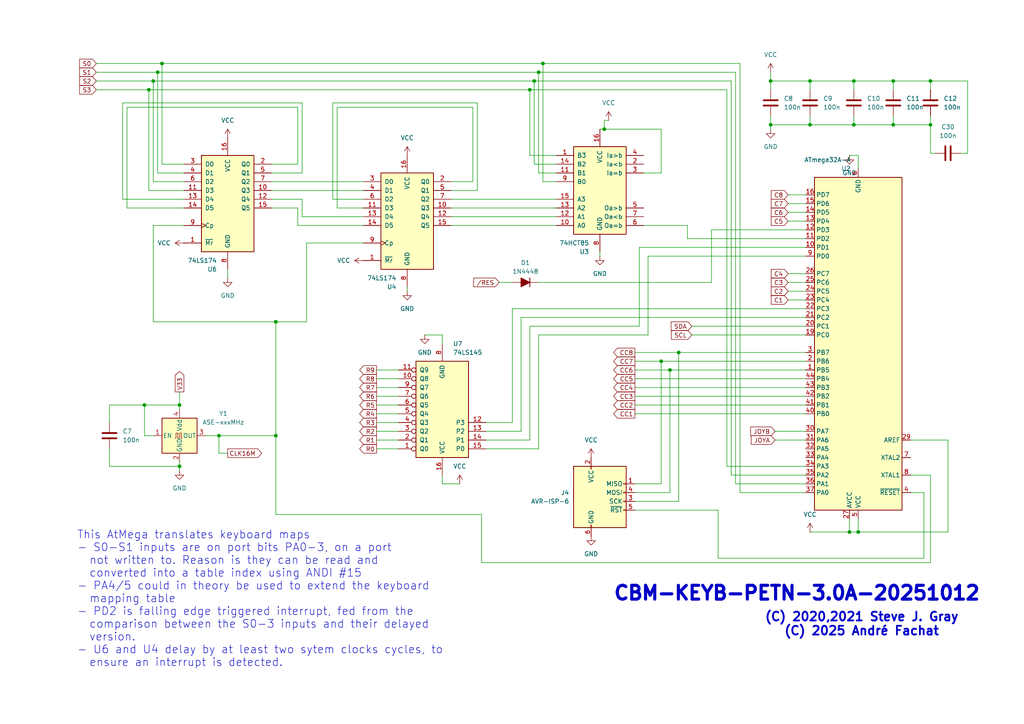
<source format=kicad_sch>
(kicad_sch (version 20250114) (generator "eeschema") (generator_version "9.0")
  (paper "A4")
  (lib_symbols
    (symbol "74xx:74HCT85" (pin_names (offset 1.016))
      (property "Reference" "U" (at -7.62 13.97 0))
      (property "Value" "74HCT85" (at -7.62 -13.97 0))
      (symbol "74HCT85_1_0"
        (pin input line (at -12.7 10.16 0) (length 5.08) (name "B3") (number "1"))
        (pin input line (at -12.7 7.62 0) (length 5.08) (name "B2") (number "14"))
        (pin input line (at -12.7 5.08 0) (length 5.08) (name "B1") (number "11"))
        (pin input line (at -12.7 2.54 0) (length 5.08) (name "B0") (number "9"))
        (pin input line (at -12.7 -2.54 0) (length 5.08) (name "A3") (number "15"))
        (pin input line (at -12.7 -5.08 0) (length 5.08) (name "A2") (number "13"))
        (pin input line (at -12.7 -7.62 0) (length 5.08) (name "A1") (number "12"))
        (pin input line (at -12.7 -10.16 0) (length 5.08) (name "A0") (number "10"))
        (pin power_in line (at 0 17.78 270) (length 5.08) (name "VCC") (number "16"))
        (pin power_in line (at 0 -17.78 90) (length 5.08) (name "GND") (number "8"))
        (pin input line (at 12.7 10.16 180) (length 5.08) (name "Ia>b") (number "4"))
        (pin input line (at 12.7 7.62 180) (length 5.08) (name "Ia<b") (number "2"))
        (pin input line (at 12.7 5.08 180) (length 5.08) (name "Ia=b") (number "3"))
        (pin output line (at 12.7 -5.08 180) (length 5.08) (name "Oa>b") (number "5"))
        (pin output line (at 12.7 -7.62 180) (length 5.08) (name "Oa<b") (number "7"))
        (pin output line (at 12.7 -10.16 180) (length 5.08) (name "Oa=b") (number "6"))
      )
      (symbol "74HCT85_1_1"
        (rectangle (start -7.62 12.7) (end 7.62 -12.7) (stroke (width 0.254)) (fill (type background)))
      )
    )
    (symbol "74xx:74LS145" (pin_names (offset 1.016))
      (property "Reference" "U" (at -7.62 13.97 0))
      (property "Value" "74LS145" (at -7.62 -16.51 0))
      (symbol "74LS145_1_0"
        (pin input line (at -12.7 10.16 0) (length 5.08) (name "P0") (number "15"))
        (pin input line (at -12.7 7.62 0) (length 5.08) (name "P1") (number "14"))
        (pin input line (at -12.7 5.08 0) (length 5.08) (name "P2") (number "13"))
        (pin input line (at -12.7 2.54 0) (length 5.08) (name "P3") (number "12"))
        (pin power_in line (at 0 17.78 270) (length 5.08) (name "VCC") (number "16"))
        (pin power_in line (at 0 -20.32 90) (length 5.08) (name "GND") (number "8"))
        (pin open_collector inverted (at 12.7 10.16 180) (length 5.08) (name "Q0") (number "1"))
        (pin open_collector inverted (at 12.7 7.62 180) (length 5.08) (name "Q1") (number "2"))
        (pin open_collector inverted (at 12.7 5.08 180) (length 5.08) (name "Q2") (number "3"))
        (pin open_collector inverted (at 12.7 2.54 180) (length 5.08) (name "Q3") (number "4"))
        (pin open_collector inverted (at 12.7 0 180) (length 5.08) (name "Q4") (number "5"))
        (pin open_collector inverted (at 12.7 -2.54 180) (length 5.08) (name "Q5") (number "6"))
        (pin open_collector inverted (at 12.7 -5.08 180) (length 5.08) (name "Q6") (number "7"))
        (pin open_collector inverted (at 12.7 -7.62 180) (length 5.08) (name "Q7") (number "9"))
        (pin open_collector inverted (at 12.7 -10.16 180) (length 5.08) (name "Q8") (number "10"))
        (pin open_collector inverted (at 12.7 -12.7 180) (length 5.08) (name "Q9") (number "11"))
      )
      (symbol "74LS145_1_1"
        (rectangle (start -7.62 12.7) (end 7.62 -15.24) (stroke (width 0.254)) (fill (type background)))
      )
    )
    (symbol "74xx:74LS174" (pin_names (offset 1.016))
      (property "Reference" "U" (at -7.62 13.97 0))
      (property "Value" "74LS174" (at -7.62 -16.51 0))
      (symbol "74LS174_1_0"
        (pin input line (at -12.7 10.16 0) (length 5.08) (name "D0") (number "3"))
        (pin input line (at -12.7 7.62 0) (length 5.08) (name "D1") (number "4"))
        (pin input line (at -12.7 5.08 0) (length 5.08) (name "D2") (number "6"))
        (pin input line (at -12.7 2.54 0) (length 5.08) (name "D3") (number "11"))
        (pin input line (at -12.7 0 0) (length 5.08) (name "D4") (number "13"))
        (pin input line (at -12.7 -2.54 0) (length 5.08) (name "D5") (number "14"))
        (pin input clock (at -12.7 -7.62 0) (length 5.08) (name "Cp") (number "9"))
        (pin input line (at -12.7 -12.7 0) (length 5.08) (name "~{Mr}") (number "1"))
        (pin power_in line (at 0 17.78 270) (length 5.08) (name "VCC") (number "16"))
        (pin power_in line (at 0 -20.32 90) (length 5.08) (name "GND") (number "8"))
        (pin output line (at 12.7 10.16 180) (length 5.08) (name "Q0") (number "2"))
        (pin output line (at 12.7 7.62 180) (length 5.08) (name "Q1") (number "5"))
        (pin output line (at 12.7 5.08 180) (length 5.08) (name "Q2") (number "7"))
        (pin output line (at 12.7 2.54 180) (length 5.08) (name "Q3") (number "10"))
        (pin output line (at 12.7 0 180) (length 5.08) (name "Q4") (number "12"))
        (pin output line (at 12.7 -2.54 180) (length 5.08) (name "Q5") (number "15"))
      )
      (symbol "74LS174_1_1"
        (rectangle (start -7.62 12.7) (end 7.62 -15.24) (stroke (width 0.254)) (fill (type background)))
      )
    )
    (symbol "Connector:AVR-ISP-6" (pin_names (offset 1.016))
      (property "Reference" "J" (at -6.35 11.43 0))
      (property "Value" "AVR-ISP-6" (at 0 11.43 0))
      (symbol "AVR-ISP-6_0_1"
        (rectangle (start -2.667 10.16) (end -2.413 9.398))
        (rectangle (start -2.667 -6.858) (end -2.413 -7.62))
        (rectangle (start 7.62 10.16) (end -7.62 -7.62) (stroke (width 0.254)) (fill (type background)))
        (rectangle (start 7.62 5.207) (end 6.858 4.953))
        (rectangle (start 7.62 2.667) (end 6.858 2.413))
        (rectangle (start 7.62 0.127) (end 6.858 -0.127))
        (rectangle (start 7.62 -2.413) (end 6.858 -2.667))
      )
      (symbol "AVR-ISP-6_1_1"
        (pin passive line (at -2.54 12.7 270) (length 2.54) (name "VCC") (number "2"))
        (pin passive line (at -2.54 -10.16 90) (length 2.54) (name "GND") (number "6"))
        (pin passive line (at 10.16 5.08 180) (length 2.54) (name "MISO") (number "1"))
        (pin passive line (at 10.16 2.54 180) (length 2.54) (name "MOSI") (number "4"))
        (pin passive line (at 10.16 0 180) (length 2.54) (name "SCK") (number "3"))
        (pin passive line (at 10.16 -2.54 180) (length 2.54) (name "~{RST}") (number "5"))
      )
    )
    (symbol "Device:C" (pin_numbers (hide yes)) (pin_names (offset 0.254))
      (property "Reference" "C" (at 0.635 2.54 0))
      (property "Value" "C" (at 0.635 -2.54 0))
      (symbol "C_0_1"
        (polyline (pts (xy -2.032 0.762) (xy 2.032 0.762)) (stroke (width 0.508)))
        (polyline (pts (xy -2.032 -0.762) (xy 2.032 -0.762)) (stroke (width 0.508)))
      )
      (symbol "C_1_1"
        (pin passive line (at 0 3.81 270) (length 2.794) (name "~") (number "1"))
        (pin passive line (at 0 -3.81 90) (length 2.794) (name "~") (number "2"))
      )
    )
    (symbol "MCU_Microchip_ATmega:ATmega32A-A"
      (property "Reference" "U" (at -12.7 49.53 0))
      (property "Value" "ATmega32A-A" (at 2.54 -49.53 0))
      (symbol "ATmega32A-A_0_1"
        (rectangle (start -12.7 -48.26) (end 12.7 48.26) (stroke (width 0.254)) (fill (type background)))
      )
      (symbol "ATmega32A-A_1_1"
        (pin input line (at -15.24 43.18 0) (length 2.54) (name "~{RESET}") (number "4"))
        (pin input line (at -15.24 38.1 0) (length 2.54) (name "XTAL1") (number "8"))
        (pin output line (at -15.24 33.02 0) (length 2.54) (name "XTAL2") (number "7"))
        (pin passive line (at -15.24 27.94 0) (length 2.54) (name "AREF") (number "29"))
        (pin passive line (at 0 50.8 270) (length 2.54) (hide yes) (name "VCC") (number "17"))
        (pin passive line (at 0 50.8 270) (length 2.54) (hide yes) (name "VCC") (number "38"))
        (pin power_in line (at 0 50.8 270) (length 2.54) (name "VCC") (number "5"))
        (pin passive line (at 0 -50.8 90) (length 2.54) (hide yes) (name "GND") (number "18"))
        (pin passive line (at 0 -50.8 90) (length 2.54) (hide yes) (name "GND") (number "28"))
        (pin passive line (at 0 -50.8 90) (length 2.54) (hide yes) (name "GND") (number "39"))
        (pin power_in line (at 0 -50.8 90) (length 2.54) (name "GND") (number "6"))
        (pin power_in line (at 2.54 50.8 270) (length 2.54) (name "AVCC") (number "27"))
        (pin bidirectional line (at 15.24 43.18 180) (length 2.54) (name "PA0") (number "37"))
        (pin bidirectional line (at 15.24 40.64 180) (length 2.54) (name "PA1") (number "36"))
        (pin bidirectional line (at 15.24 38.1 180) (length 2.54) (name "PA2") (number "35"))
        (pin bidirectional line (at 15.24 35.56 180) (length 2.54) (name "PA3") (number "34"))
        (pin bidirectional line (at 15.24 33.02 180) (length 2.54) (name "PA4") (number "33"))
        (pin bidirectional line (at 15.24 30.48 180) (length 2.54) (name "PA5") (number "32"))
        (pin bidirectional line (at 15.24 27.94 180) (length 2.54) (name "PA6") (number "31"))
        (pin bidirectional line (at 15.24 25.4 180) (length 2.54) (name "PA7") (number "30"))
        (pin bidirectional line (at 15.24 20.32 180) (length 2.54) (name "PB0") (number "40"))
        (pin bidirectional line (at 15.24 17.78 180) (length 2.54) (name "PB1") (number "41"))
        (pin bidirectional line (at 15.24 15.24 180) (length 2.54) (name "PB2") (number "42"))
        (pin bidirectional line (at 15.24 12.7 180) (length 2.54) (name "PB3") (number "43"))
        (pin bidirectional line (at 15.24 10.16 180) (length 2.54) (name "PB4") (number "44"))
        (pin bidirectional line (at 15.24 7.62 180) (length 2.54) (name "PB5") (number "1"))
        (pin bidirectional line (at 15.24 5.08 180) (length 2.54) (name "PB6") (number "2"))
        (pin bidirectional line (at 15.24 2.54 180) (length 2.54) (name "PB7") (number "3"))
        (pin bidirectional line (at 15.24 -2.54 180) (length 2.54) (name "PC0") (number "19"))
        (pin bidirectional line (at 15.24 -5.08 180) (length 2.54) (name "PC1") (number "20"))
        (pin bidirectional line (at 15.24 -7.62 180) (length 2.54) (name "PC2") (number "21"))
        (pin bidirectional line (at 15.24 -10.16 180) (length 2.54) (name "PC3") (number "22"))
        (pin bidirectional line (at 15.24 -12.7 180) (length 2.54) (name "PC4") (number "23"))
        (pin bidirectional line (at 15.24 -15.24 180) (length 2.54) (name "PC5") (number "24"))
        (pin bidirectional line (at 15.24 -17.78 180) (length 2.54) (name "PC6") (number "25"))
        (pin bidirectional line (at 15.24 -20.32 180) (length 2.54) (name "PC7") (number "26"))
        (pin bidirectional line (at 15.24 -25.4 180) (length 2.54) (name "PD0") (number "9"))
        (pin bidirectional line (at 15.24 -27.94 180) (length 2.54) (name "PD1") (number "10"))
        (pin bidirectional line (at 15.24 -30.48 180) (length 2.54) (name "PD2") (number "11"))
        (pin bidirectional line (at 15.24 -33.02 180) (length 2.54) (name "PD3") (number "12"))
        (pin bidirectional line (at 15.24 -35.56 180) (length 2.54) (name "PD4") (number "13"))
        (pin bidirectional line (at 15.24 -38.1 180) (length 2.54) (name "PD5") (number "14"))
        (pin bidirectional line (at 15.24 -40.64 180) (length 2.54) (name "PD6") (number "15"))
        (pin bidirectional line (at 15.24 -43.18 180) (length 2.54) (name "PD7") (number "16"))
      )
    )
    (symbol "Oscillator:ASE-xxxMHz" (pin_names (offset 0.254))
      (property "Reference" "Y" (at -5.08 6.35 0))
      (property "Value" "ASE-xxxMHz" (at 1.27 -6.35 0))
      (symbol "ASE-xxxMHz_0_1"
        (rectangle (start -5.08 5.08) (end 5.08 -5.08) (stroke (width 0.254)) (fill (type background)))
        (polyline (pts (xy -1.27 -0.762) (xy -1.016 -0.762) (xy -1.016 0.762) (xy -0.508 0.762) (xy -0.508 -0.762) (xy 0 -0.762) (xy 0 0.762) (xy 0.508 0.762) (xy 0.508 -0.762) (xy 0.762 -0.762)))
      )
      (symbol "ASE-xxxMHz_1_1"
        (pin input line (at -7.62 0 0) (length 2.54) (name "EN") (number "1"))
        (pin power_in line (at 0 7.62 270) (length 2.54) (name "Vdd") (number "4"))
        (pin power_in line (at 0 -7.62 90) (length 2.54) (name "GND") (number "2"))
        (pin output line (at 7.62 0 180) (length 2.54) (name "OUT") (number "3"))
      )
    )
    (symbol "PCM_Diode_AKL:1N4448" (pin_numbers (hide yes)) (pin_names (offset 1.016) (hide yes))
      (property "Reference" "D" (at 0 5.08 0))
      (property "Value" "1N4448" (at 0 2.54 0))
      (symbol "1N4448_0_1"
        (polyline (pts (xy -1.27 1.27) (xy -1.27 -1.27) (xy 1.27 0) (xy -1.27 1.27)) (stroke (width 0.254)) (fill (type outline)))
        (polyline (pts (xy -1.27 0) (xy 1.27 0)))
        (polyline (pts (xy 1.27 1.27) (xy 1.27 -1.27)) (stroke (width 0.254)))
      )
      (symbol "1N4448_0_2"
        (polyline (pts (xy -2.54 -2.54) (xy 2.54 2.54)))
        (polyline (pts (xy -0.889 -0.889) (xy -1.778 0) (xy 0.889 0.889) (xy 0 -1.778) (xy -0.889 -0.889)) (stroke (width 0.254)) (fill (type outline)))
        (polyline (pts (xy 0 1.778) (xy 1.778 0)) (stroke (width 0.254)))
      )
      (symbol "1N4448_1_1"
        (pin passive line (at -3.81 0 0) (length 2.54) (name "A") (number "2"))
        (pin passive line (at 3.81 0 180) (length 2.54) (name "K") (number "1"))
      )
      (symbol "1N4448_1_2"
        (pin passive line (at -2.54 -2.54 0) (length 0) (name "A") (number "2"))
        (pin passive line (at 2.54 2.54 180) (length 0) (name "K") (number "1"))
      )
    )
    (symbol "power:GND" (power) (pin_numbers (hide yes)) (pin_names (offset 0) (hide yes))
      (property "Value" "GND" (at 0 -3.81 0))
      (symbol "GND_0_1"
        (polyline (pts (xy 0 0) (xy 0 -1.27) (xy 1.27 -1.27) (xy 0 -2.54) (xy -1.27 -1.27) (xy 0 -1.27)))
      )
      (symbol "GND_1_1"
        (pin power_in line (at 0 0 270) (length 0) (name "~") (number "1"))
      )
    )
    (symbol "power:VCC" (power) (pin_numbers (hide yes)) (pin_names (offset 0) (hide yes))
      (property "Value" "VCC" (at 0 3.556 0))
      (symbol "VCC_0_1"
        (polyline (pts (xy -0.762 1.27) (xy 0 2.54)))
        (polyline (pts (xy 0 2.54) (xy 0.762 1.27)))
        (polyline (pts (xy 0 0) (xy 0 2.54)))
      )
      (symbol "VCC_1_1"
        (pin power_in line (at 0 0 90) (length 0) (name "~") (number "1"))
      )
    )
  )
  (text "CBM-KEYB-PETN-3.0A-20251012" (at 231.14 172.212 0) (effects (font (size 4 4) (thickness 0.9) (bold yes))))
  (text "This AtMega translates keyboard maps\n- S0-S1 inputs are on port bits PA0-3, on a port\n  not written to. Reason is they can be read and\n  converted into a table index using ANDI #15\n- PA4/5 could in theory be used to extend the keyboard\n  mapping table\n- PD2 is falling edge triggered interrupt, fed from the\n  comparison between the S0-3 inputs and their delayed\n  version. \n- U6 and U4 delay by at least two sytem clocks cycles, to \n  ensure an interrupt is detected." (at 22.352 173.736 0) (effects (font (size 2.3 2.3)) (justify left)))
  (text "(C) 2020,2021 Steve J. Gray\n(C) 2025 André Fachat" (at 249.936 181.102 0) (effects (font (size 2.54 2.54) (thickness 0.508) (bold yes))))
  (junction (at 259.08 23.495))
  (junction (at 45.72 20.955))
  (junction (at 63.5 126.365))
  (junction (at 80.01 93.345))
  (junction (at 223.52 23.495))
  (junction (at 191.77 104.775))
  (junction (at 269.875 23.495))
  (junction (at 196.85 102.235))
  (junction (at 156.21 20.955))
  (junction (at 175.26 37.465))
  (junction (at 246.38 154.305))
  (junction (at 194.31 107.315))
  (junction (at 223.52 36.195))
  (junction (at 248.92 154.305))
  (junction (at 259.08 36.195))
  (junction (at 247.65 23.495))
  (junction (at 46.99 18.415))
  (junction (at 234.95 36.195))
  (junction (at 234.95 23.495))
  (junction (at 154.94 23.495))
  (junction (at 52.07 117.475))
  (junction (at 44.45 23.495))
  (junction (at 52.07 135.255))
  (junction (at 153.67 26.035))
  (junction (at 157.48 18.415))
  (junction (at 41.91 117.475))
  (junction (at 269.875 36.195))
  (junction (at 43.18 26.035))
  (junction (at 247.65 36.195))
  (junction (at 80.01 126.365))
  (wire (pts (xy 144.78 81.915) (xy 148.59 81.915)))
  (wire (pts (xy 105.41 60.325) (xy 97.79 60.325)))
  (wire (pts (xy 153.67 26.035) (xy 153.67 45.085)))
  (wire (pts (xy 223.52 20.955) (xy 223.52 23.495)))
  (wire (pts (xy 109.22 117.475) (xy 115.57 117.475)))
  (wire (pts (xy 233.68 64.135) (xy 228.6 64.135)))
  (wire (pts (xy 157.48 18.415) (xy 214.63 18.415)))
  (wire (pts (xy 234.95 36.195) (xy 223.52 36.195)))
  (wire (pts (xy 154.94 23.495) (xy 212.09 23.495)))
  (wire (pts (xy 213.36 20.955) (xy 213.36 140.335)))
  (wire (pts (xy 234.95 23.495) (xy 234.95 26.035)))
  (wire (pts (xy 233.68 59.055) (xy 228.6 59.055)))
  (wire (pts (xy 185.42 94.615) (xy 153.67 94.615)))
  (wire (pts (xy 196.85 102.235) (xy 196.85 145.415)))
  (wire (pts (xy 184.15 120.015) (xy 233.68 120.015)))
  (wire (pts (xy 156.21 97.155) (xy 156.21 130.175)))
  (wire (pts (xy 269.875 163.195) (xy 269.875 137.795)))
  (wire (pts (xy 233.68 107.315) (xy 194.31 107.315)))
  (wire (pts (xy 223.52 23.495) (xy 234.95 23.495)))
  (wire (pts (xy 247.65 23.495) (xy 247.65 26.035)))
  (wire (pts (xy 184.15 145.415) (xy 196.85 145.415)))
  (wire (pts (xy 175.26 37.465) (xy 173.99 37.465)))
  (wire (pts (xy 234.95 23.495) (xy 247.65 23.495)))
  (wire (pts (xy 53.34 57.785) (xy 35.56 57.785)))
  (wire (pts (xy 133.35 140.335) (xy 128.27 140.335)))
  (wire (pts (xy 43.18 26.035) (xy 153.67 26.035)))
  (wire (pts (xy 228.6 79.375) (xy 233.68 79.375)))
  (wire (pts (xy 214.63 18.415) (xy 214.63 142.875)))
  (wire (pts (xy 44.45 23.495) (xy 27.94 23.495)))
  (wire (pts (xy 148.59 89.535) (xy 233.68 89.535)))
  (wire (pts (xy 264.16 127.635) (xy 274.955 127.635)))
  (wire (pts (xy 86.36 65.405) (xy 105.41 65.405)))
  (wire (pts (xy 137.16 31.115) (xy 97.79 31.115)))
  (wire (pts (xy 45.72 50.165) (xy 53.34 50.165)))
  (wire (pts (xy 109.22 120.015) (xy 115.57 120.015)))
  (wire (pts (xy 66.04 131.445) (xy 63.5 131.445)))
  (wire (pts (xy 233.68 104.775) (xy 191.77 104.775)))
  (wire (pts (xy 259.08 23.495) (xy 269.875 23.495)))
  (wire (pts (xy 212.09 137.795) (xy 233.68 137.795)))
  (wire (pts (xy 44.45 93.345) (xy 80.01 93.345)))
  (wire (pts (xy 233.68 56.515) (xy 228.6 56.515)))
  (wire (pts (xy 161.29 60.325) (xy 130.81 60.325)))
  (wire (pts (xy 154.94 23.495) (xy 154.94 47.625)))
  (wire (pts (xy 280.67 44.45) (xy 280.67 23.495)))
  (wire (pts (xy 151.13 125.095) (xy 140.97 125.095)))
  (wire (pts (xy 87.63 62.865) (xy 105.41 62.865)))
  (wire (pts (xy 161.29 65.405) (xy 130.81 65.405)))
  (wire (pts (xy 264.16 137.795) (xy 269.875 137.795)))
  (wire (pts (xy 191.77 37.465) (xy 175.26 37.465)))
  (wire (pts (xy 233.68 71.755) (xy 185.42 71.755)))
  (wire (pts (xy 184.15 142.875) (xy 194.31 142.875)))
  (wire (pts (xy 78.74 57.785) (xy 87.63 57.785)))
  (wire (pts (xy 187.96 97.155) (xy 156.21 97.155)))
  (wire (pts (xy 63.5 131.445) (xy 63.5 126.365)))
  (wire (pts (xy 210.82 135.255) (xy 233.68 135.255)))
  (wire (pts (xy 246.38 154.305) (xy 246.38 150.495)))
  (wire (pts (xy 43.18 26.035) (xy 27.94 26.035)))
  (wire (pts (xy 247.65 23.495) (xy 259.08 23.495)))
  (wire (pts (xy 87.63 50.165) (xy 87.63 29.845)))
  (wire (pts (xy 128.27 140.335) (xy 128.27 137.795)))
  (wire (pts (xy 267.97 142.875) (xy 267.97 161.925)))
  (wire (pts (xy 199.39 65.405) (xy 186.69 65.405)))
  (wire (pts (xy 212.09 23.495) (xy 212.09 137.795)))
  (wire (pts (xy 206.375 66.675) (xy 233.68 66.675)))
  (wire (pts (xy 86.36 31.115) (xy 36.83 31.115)))
  (wire (pts (xy 31.75 122.555) (xy 31.75 117.475)))
  (wire (pts (xy 87.63 57.785) (xy 87.63 62.865)))
  (wire (pts (xy 105.41 52.705) (xy 78.74 52.705)))
  (wire (pts (xy 109.22 130.175) (xy 115.57 130.175)))
  (wire (pts (xy 210.82 26.035) (xy 210.82 135.255)))
  (wire (pts (xy 200.66 97.155) (xy 233.68 97.155)))
  (wire (pts (xy 45.72 20.955) (xy 27.94 20.955)))
  (wire (pts (xy 264.16 142.875) (xy 267.97 142.875)))
  (wire (pts (xy 269.875 23.495) (xy 280.67 23.495)))
  (wire (pts (xy 31.75 130.175) (xy 31.75 135.255)))
  (wire (pts (xy 45.72 20.955) (xy 156.21 20.955)))
  (wire (pts (xy 63.5 126.365) (xy 80.01 126.365)))
  (wire (pts (xy 80.01 93.345) (xy 88.9 93.345)))
  (wire (pts (xy 45.72 20.955) (xy 45.72 50.165)))
  (wire (pts (xy 161.29 57.785) (xy 130.81 57.785)))
  (wire (pts (xy 52.07 135.255) (xy 52.07 133.985)))
  (wire (pts (xy 184.15 140.335) (xy 191.77 140.335)))
  (wire (pts (xy 80.01 126.365) (xy 80.01 149.225)))
  (wire (pts (xy 88.9 93.345) (xy 88.9 70.485)))
  (wire (pts (xy 109.22 112.395) (xy 115.57 112.395)))
  (wire (pts (xy 184.15 102.235) (xy 196.85 102.235)))
  (wire (pts (xy 153.67 127.635) (xy 140.97 127.635)))
  (wire (pts (xy 234.95 154.305) (xy 246.38 154.305)))
  (wire (pts (xy 46.99 18.415) (xy 157.48 18.415)))
  (wire (pts (xy 223.52 33.655) (xy 223.52 36.195)))
  (wire (pts (xy 184.15 117.475) (xy 233.68 117.475)))
  (wire (pts (xy 246.38 154.305) (xy 248.92 154.305)))
  (wire (pts (xy 80.01 149.225) (xy 139.7 149.225)))
  (wire (pts (xy 157.48 52.705) (xy 161.29 52.705)))
  (wire (pts (xy 233.68 74.295) (xy 187.96 74.295)))
  (wire (pts (xy 269.875 44.45) (xy 271.145 44.45)))
  (wire (pts (xy 247.65 36.195) (xy 234.95 36.195)))
  (wire (pts (xy 199.39 69.215) (xy 199.39 65.405)))
  (wire (pts (xy 43.18 26.035) (xy 43.18 55.245)))
  (wire (pts (xy 233.68 102.235) (xy 196.85 102.235)))
  (wire (pts (xy 109.22 125.095) (xy 115.57 125.095)))
  (wire (pts (xy 214.63 142.875) (xy 233.68 142.875)))
  (wire (pts (xy 213.36 140.335) (xy 233.68 140.335)))
  (wire (pts (xy 184.15 104.775) (xy 191.77 104.775)))
  (wire (pts (xy 97.79 60.325) (xy 97.79 31.115)))
  (wire (pts (xy 259.08 23.495) (xy 259.08 26.035)))
  (wire (pts (xy 105.41 57.785) (xy 96.52 57.785)))
  (wire (pts (xy 228.6 86.995) (xy 233.68 86.995)))
  (wire (pts (xy 199.39 69.215) (xy 233.68 69.215)))
  (wire (pts (xy 259.08 33.655) (xy 259.08 36.195)))
  (wire (pts (xy 247.65 33.655) (xy 247.65 36.195)))
  (wire (pts (xy 139.7 149.225) (xy 139.7 163.195)))
  (wire (pts (xy 44.45 52.705) (xy 53.34 52.705)))
  (wire (pts (xy 139.7 163.195) (xy 269.875 163.195)))
  (wire (pts (xy 41.91 126.365) (xy 41.91 117.475)))
  (wire (pts (xy 269.875 26.035) (xy 269.875 23.495)))
  (wire (pts (xy 52.07 117.475) (xy 52.07 118.745)))
  (wire (pts (xy 138.43 29.845) (xy 96.52 29.845)))
  (wire (pts (xy 52.07 113.665) (xy 52.07 117.475)))
  (wire (pts (xy 148.59 89.535) (xy 148.59 122.555)))
  (wire (pts (xy 44.45 65.405) (xy 44.45 93.345)))
  (wire (pts (xy 78.74 47.625) (xy 86.36 47.625)))
  (wire (pts (xy 36.83 60.325) (xy 36.83 31.115)))
  (wire (pts (xy 151.13 92.075) (xy 151.13 125.095)))
  (wire (pts (xy 59.69 126.365) (xy 63.5 126.365)))
  (wire (pts (xy 228.6 84.455) (xy 233.68 84.455)))
  (wire (pts (xy 184.15 107.315) (xy 194.31 107.315)))
  (wire (pts (xy 46.99 18.415) (xy 46.99 47.625)))
  (wire (pts (xy 173.99 74.295) (xy 173.99 73.025)))
  (wire (pts (xy 161.29 50.165) (xy 156.21 50.165)))
  (wire (pts (xy 156.21 81.915) (xy 206.375 81.915)))
  (wire (pts (xy 109.22 107.315) (xy 115.57 107.315)))
  (wire (pts (xy 223.52 36.195) (xy 223.52 37.465)))
  (wire (pts (xy 224.79 127.635) (xy 233.68 127.635)))
  (wire (pts (xy 78.74 50.165) (xy 87.63 50.165)))
  (wire (pts (xy 128.27 97.155) (xy 128.27 99.695)))
  (wire (pts (xy 44.45 126.365) (xy 41.91 126.365)))
  (wire (pts (xy 206.375 81.915) (xy 206.375 66.675)))
  (wire (pts (xy 109.22 109.855) (xy 115.57 109.855)))
  (wire (pts (xy 156.21 20.955) (xy 213.36 20.955)))
  (wire (pts (xy 161.29 47.625) (xy 154.94 47.625)))
  (wire (pts (xy 78.74 60.325) (xy 86.36 60.325)))
  (wire (pts (xy 153.67 26.035) (xy 210.82 26.035)))
  (wire (pts (xy 130.81 52.705) (xy 137.16 52.705)))
  (wire (pts (xy 269.875 36.195) (xy 259.08 36.195)))
  (wire (pts (xy 233.68 125.095) (xy 224.79 125.095)))
  (wire (pts (xy 248.92 45.085) (xy 246.38 45.085)))
  (wire (pts (xy 208.28 147.955) (xy 184.15 147.955)))
  (wire (pts (xy 148.59 122.555) (xy 140.97 122.555)))
  (wire (pts (xy 274.955 127.635) (xy 274.955 154.305)))
  (wire (pts (xy 175.26 34.925) (xy 175.26 37.465)))
  (wire (pts (xy 87.63 29.845) (xy 35.56 29.845)))
  (wire (pts (xy 137.16 52.705) (xy 137.16 31.115)))
  (wire (pts (xy 109.22 127.635) (xy 115.57 127.635)))
  (wire (pts (xy 31.75 117.475) (xy 41.91 117.475)))
  (wire (pts (xy 86.36 60.325) (xy 86.36 65.405)))
  (wire (pts (xy 46.99 47.625) (xy 53.34 47.625)))
  (wire (pts (xy 184.15 114.935) (xy 233.68 114.935)))
  (wire (pts (xy 109.22 122.555) (xy 115.57 122.555)))
  (wire (pts (xy 161.29 45.085) (xy 153.67 45.085)))
  (wire (pts (xy 208.28 161.925) (xy 267.97 161.925)))
  (wire (pts (xy 259.08 36.195) (xy 247.65 36.195)))
  (wire (pts (xy 130.81 55.245) (xy 138.43 55.245)))
  (wire (pts (xy 157.48 18.415) (xy 157.48 52.705)))
  (wire (pts (xy 153.67 94.615) (xy 153.67 127.635)))
  (wire (pts (xy 35.56 57.785) (xy 35.56 29.845)))
  (wire (pts (xy 105.41 55.245) (xy 78.74 55.245)))
  (wire (pts (xy 269.875 33.655) (xy 269.875 36.195)))
  (wire (pts (xy 208.28 161.925) (xy 208.28 147.955)))
  (wire (pts (xy 43.18 55.245) (xy 53.34 55.245)))
  (wire (pts (xy 123.19 97.155) (xy 128.27 97.155)))
  (wire (pts (xy 200.66 94.615) (xy 233.68 94.615)))
  (wire (pts (xy 138.43 55.245) (xy 138.43 29.845)))
  (wire (pts (xy 191.77 50.165) (xy 191.77 37.465)))
  (wire (pts (xy 228.6 81.915) (xy 233.68 81.915)))
  (wire (pts (xy 161.29 62.865) (xy 130.81 62.865)))
  (wire (pts (xy 88.9 70.485) (xy 105.41 70.485)))
  (wire (pts (xy 118.11 84.455) (xy 118.11 83.185)))
  (wire (pts (xy 53.34 60.325) (xy 36.83 60.325)))
  (wire (pts (xy 184.15 112.395) (xy 233.68 112.395)))
  (wire (pts (xy 109.22 114.935) (xy 115.57 114.935)))
  (wire (pts (xy 186.69 50.165) (xy 191.77 50.165)))
  (wire (pts (xy 248.92 45.085) (xy 248.92 48.895)))
  (wire (pts (xy 41.91 117.475) (xy 52.07 117.475)))
  (wire (pts (xy 44.45 23.495) (xy 44.45 52.705)))
  (wire (pts (xy 156.21 130.175) (xy 140.97 130.175)))
  (wire (pts (xy 187.96 74.295) (xy 187.96 97.155)))
  (wire (pts (xy 274.955 154.305) (xy 248.92 154.305)))
  (wire (pts (xy 194.31 107.315) (xy 194.31 142.875)))
  (wire (pts (xy 66.04 80.645) (xy 66.04 78.105)))
  (wire (pts (xy 191.77 104.775) (xy 191.77 140.335)))
  (wire (pts (xy 248.92 154.305) (xy 248.92 150.495)))
  (wire (pts (xy 176.53 34.925) (xy 175.26 34.925)))
  (wire (pts (xy 185.42 71.755) (xy 185.42 94.615)))
  (wire (pts (xy 278.765 44.45) (xy 280.67 44.45)))
  (wire (pts (xy 44.45 23.495) (xy 154.94 23.495)))
  (wire (pts (xy 269.875 36.195) (xy 269.875 44.45)))
  (wire (pts (xy 234.95 33.655) (xy 234.95 36.195)))
  (wire (pts (xy 52.07 136.525) (xy 52.07 135.255)))
  (wire (pts (xy 223.52 23.495) (xy 223.52 26.035)))
  (wire (pts (xy 184.15 109.855) (xy 233.68 109.855)))
  (wire (pts (xy 53.34 65.405) (xy 44.45 65.405)))
  (wire (pts (xy 156.21 20.955) (xy 156.21 50.165)))
  (wire (pts (xy 31.75 135.255) (xy 52.07 135.255)))
  (wire (pts (xy 46.99 18.415) (xy 27.94 18.415)))
  (wire (pts (xy 233.68 61.595) (xy 228.6 61.595)))
  (wire (pts (xy 86.36 47.625) (xy 86.36 31.115)))
  (wire (pts (xy 80.01 93.345) (xy 80.01 126.365)))
  (wire (pts (xy 151.13 92.075) (xy 233.68 92.075)))
  (wire (pts (xy 96.52 57.785) (xy 96.52 29.845)))
  (global_label "JOYA" (shape input) (at 224.79 127.635 180) (property "Intersheetrefs" "${INTERSHEET_REFS}" (effects (hide yes))))
  (global_label "CC1" (shape output) (at 184.15 120.015 180) (property "Intersheetrefs" "${INTERSHEET_REFS}" (effects (hide yes))))
  (global_label "S1" (shape input) (at 27.94 20.955 180) (property "Intersheetrefs" "${INTERSHEET_REFS}" (effects (hide yes))))
  (global_label "R5" (shape output) (at 109.22 117.475 180) (property "Intersheetrefs" "${INTERSHEET_REFS}" (effects (hide yes))))
  (global_label "C6" (shape input) (at 228.6 61.595 180) (property "Intersheetrefs" "${INTERSHEET_REFS}" (effects (hide yes))))
  (global_label "SDA" (shape input) (at 200.66 94.615 180) (property "Intersheetrefs" "${INTERSHEET_REFS}" (effects (hide yes))))
  (global_label "R8" (shape output) (at 109.22 109.855 180) (property "Intersheetrefs" "${INTERSHEET_REFS}" (effects (hide yes))))
  (global_label "R9" (shape output) (at 109.22 107.315 180) (property "Intersheetrefs" "${INTERSHEET_REFS}" (effects (hide yes))))
  (global_label "C5" (shape input) (at 228.6 64.135 180) (property "Intersheetrefs" "${INTERSHEET_REFS}" (effects (hide yes))))
  (global_label "C1" (shape input) (at 228.6 86.995 180) (property "Intersheetrefs" "${INTERSHEET_REFS}" (effects (hide yes))))
  (global_label "C8" (shape input) (at 228.6 56.515 180) (property "Intersheetrefs" "${INTERSHEET_REFS}" (effects (hide yes))))
  (global_label "R6" (shape output) (at 109.22 114.935 180) (property "Intersheetrefs" "${INTERSHEET_REFS}" (effects (hide yes))))
  (global_label "C7" (shape input) (at 228.6 59.055 180) (property "Intersheetrefs" "${INTERSHEET_REFS}" (effects (hide yes))))
  (global_label "CC3" (shape output) (at 184.15 114.935 180) (property "Intersheetrefs" "${INTERSHEET_REFS}" (effects (hide yes))))
  (global_label "R7" (shape output) (at 109.22 112.395 180) (property "Intersheetrefs" "${INTERSHEET_REFS}" (effects (hide yes))))
  (global_label "CC5" (shape output) (at 184.15 109.855 180) (property "Intersheetrefs" "${INTERSHEET_REFS}" (effects (hide yes))))
  (global_label "C4" (shape input) (at 228.6 79.375 180) (property "Intersheetrefs" "${INTERSHEET_REFS}" (effects (hide yes))))
  (global_label "CC7" (shape output) (at 184.15 104.775 180) (property "Intersheetrefs" "${INTERSHEET_REFS}" (effects (hide yes))))
  (global_label "{slash}RES" (shape input) (at 144.78 81.915 180) (property "Intersheetrefs" "${INTERSHEET_REFS}" (effects (hide yes))))
  (global_label "S2" (shape input) (at 27.94 23.495 180) (property "Intersheetrefs" "${INTERSHEET_REFS}" (effects (hide yes))))
  (global_label "C3" (shape input) (at 228.6 81.915 180) (property "Intersheetrefs" "${INTERSHEET_REFS}" (effects (hide yes))))
  (global_label "CC4" (shape output) (at 184.15 112.395 180) (property "Intersheetrefs" "${INTERSHEET_REFS}" (effects (hide yes))))
  (global_label "R3" (shape output) (at 109.22 122.555 180) (property "Intersheetrefs" "${INTERSHEET_REFS}" (effects (hide yes))))
  (global_label "V33" (shape output) (at 52.07 113.665 90) (property "Intersheetrefs" "${INTERSHEET_REFS}" (effects (hide yes))))
  (global_label "R4" (shape output) (at 109.22 120.015 180) (property "Intersheetrefs" "${INTERSHEET_REFS}" (effects (hide yes))))
  (global_label "CC2" (shape output) (at 184.15 117.475 180) (property "Intersheetrefs" "${INTERSHEET_REFS}" (effects (hide yes))))
  (global_label "C2" (shape input) (at 228.6 84.455 180) (property "Intersheetrefs" "${INTERSHEET_REFS}" (effects (hide yes))))
  (global_label "S3" (shape input) (at 27.94 26.035 180) (property "Intersheetrefs" "${INTERSHEET_REFS}" (effects (hide yes))))
  (global_label "R1" (shape output) (at 109.22 127.635 180) (property "Intersheetrefs" "${INTERSHEET_REFS}" (effects (hide yes))))
  (global_label "CLK16M" (shape output) (at 66.04 131.445 0) (property "Intersheetrefs" "${INTERSHEET_REFS}" (effects (hide yes))))
  (global_label "R0" (shape output) (at 109.22 130.175 180) (property "Intersheetrefs" "${INTERSHEET_REFS}" (effects (hide yes))))
  (global_label "S0" (shape input) (at 27.94 18.415 180) (property "Intersheetrefs" "${INTERSHEET_REFS}" (effects (hide yes))))
  (global_label "CC6" (shape output) (at 184.15 107.315 180) (property "Intersheetrefs" "${INTERSHEET_REFS}" (effects (hide yes))))
  (global_label "JOYB" (shape input) (at 224.79 125.095 180) (property "Intersheetrefs" "${INTERSHEET_REFS}" (effects (hide yes))))
  (global_label "R2" (shape output) (at 109.22 125.095 180) (property "Intersheetrefs" "${INTERSHEET_REFS}" (effects (hide yes))))
  (global_label "SCL" (shape input) (at 200.66 97.155 180) (property "Intersheetrefs" "${INTERSHEET_REFS}" (effects (hide yes))))
  (global_label "CC8" (shape output) (at 184.15 102.235 180) (property "Intersheetrefs" "${INTERSHEET_REFS}" (effects (hide yes))))
  (symbol (lib_id "power:VCC") (at 171.45 132.715 0) (unit 1)
    (property "Reference" "#PWR010" (effects (hide yes)))
    (property "Value" "VCC" (at 171.45 127.635 0))
    (property "Description" "Power symbol creates a global label with name \"VCC\"" (effects (hide yes)))
  )
  (symbol (lib_id "74xx:74LS174") (at 66.04 57.785 0) (unit 1)
    (property "Reference" "U6" (at 62.9219 78.105 0) (effects (justify right)))
    (property "Value" "74LS174" (at 62.9219 75.565 0) (effects (justify right)))
    (property "Footprint" "Package_SO:SO-16_3.9x9.9mm_P1.27mm" (effects (hide yes)))
    (property "Datasheet" "http://www.ti.com/lit/gpn/sn74LS174" (effects (hide yes)))
    (property "Description" "Hex D-type Flip-Flop, reset" (effects (hide yes)))
    (property "LCSC" "C6828" (effects (hide yes)))
  )
  (symbol (lib_id "power:VCC") (at 223.52 20.955 0) (unit 1)
    (property "Reference" "#PWR022" (effects (hide yes)))
    (property "Value" "VCC" (at 223.52 15.875 0))
    (property "Description" "Power symbol creates a global label with name \"VCC\"" (effects (hide yes)))
  )
  (symbol (lib_id "Device:C") (at 259.08 29.845 0) (unit 1)
    (property "Reference" "C11" (at 262.89 28.5749 0) (effects (justify left)))
    (property "Value" "100n" (at 262.89 31.1149 0) (effects (justify left)))
    (property "Footprint" "Capacitor_SMD:C_0805_2012Metric_Pad1.18x1.45mm_HandSolder" (effects (hide yes)))
    (property "Description" "Unpolarized capacitor" (effects (hide yes)))
    (property "LCSC" "C14663" (effects (hide yes)))
  )
  (symbol (lib_id "74xx:74LS174") (at 118.11 62.865 0) (unit 1)
    (property "Reference" "U4" (at 114.9919 83.185 0) (effects (justify right)))
    (property "Value" "74LS174" (at 114.9919 80.645 0) (effects (justify right)))
    (property "Footprint" "Package_SO:SO-16_3.9x9.9mm_P1.27mm" (effects (hide yes)))
    (property "Datasheet" "http://www.ti.com/lit/gpn/sn74LS174" (effects (hide yes)))
    (property "Description" "Hex D-type Flip-Flop, reset" (effects (hide yes)))
    (property "LCSC" "C6828" (effects (hide yes)))
  )
  (symbol (lib_id "power:GND") (at 123.19 97.155 0) (unit 1)
    (property "Reference" "#PWR01" (effects (hide yes)))
    (property "Value" "GND" (at 123.19 102.235 0))
    (property "Description" "Power symbol creates a global label with name \"GND\" , ground" (effects (hide yes)))
  )
  (symbol (lib_id "power:VCC") (at 133.35 140.335 0) (unit 1)
    (property "Reference" "#PWR012" (effects (hide yes)))
    (property "Value" "VCC" (at 133.35 135.255 0))
    (property "Description" "Power symbol creates a global label with name \"VCC\"" (effects (hide yes)))
  )
  (symbol (lib_id "Device:C") (at 269.875 29.845 0) (unit 1)
    (property "Reference" "C12" (at 273.685 28.5749 0) (effects (justify left)))
    (property "Value" "100n" (at 273.685 31.1149 0) (effects (justify left)))
    (property "Footprint" "Capacitor_SMD:C_0805_2012Metric_Pad1.18x1.45mm_HandSolder" (effects (hide yes)))
    (property "Description" "Unpolarized capacitor" (effects (hide yes)))
    (property "LCSC" "C14663" (effects (hide yes)))
  )
  (symbol (lib_id "power:GND") (at 66.04 80.645 0) (unit 1)
    (property "Reference" "#PWR05" (effects (hide yes)))
    (property "Value" "GND" (at 66.04 85.725 0))
    (property "Description" "Power symbol creates a global label with name \"GND\" , ground" (effects (hide yes)))
  )
  (symbol (lib_id "power:VCC") (at 234.95 154.305 0) (unit 1)
    (property "Reference" "#PWR011" (effects (hide yes)))
    (property "Value" "VCC" (at 234.95 149.225 0))
    (property "Description" "Power symbol creates a global label with name \"VCC\"" (effects (hide yes)))
  )
  (symbol (lib_id "power:GND") (at 246.38 45.085 0) (unit 1)
    (property "Reference" "#PWR02" (effects (hide yes)))
    (property "Value" "GND" (at 246.38 50.165 0))
    (property "Description" "Power symbol creates a global label with name \"GND\" , ground" (effects (hide yes)))
  )
  (symbol (lib_id "power:GND") (at 173.99 74.295 0) (unit 1)
    (property "Reference" "#PWR03" (effects (hide yes)))
    (property "Value" "GND" (at 173.99 79.375 0))
    (property "Description" "Power symbol creates a global label with name \"GND\" , ground" (effects (hide yes)))
  )
  (symbol (lib_id "74xx:74HCT85") (at 173.99 55.245 0) (unit 1)
    (property "Reference" "U3" (at 170.8719 73.025 0) (effects (justify right)))
    (property "Value" "74HCT85" (at 170.8719 70.485 0) (effects (justify right)))
    (property "Footprint" "Package_SO:SO-16_3.9x9.9mm_P1.27mm" (effects (hide yes)))
    (property "Datasheet" "https://assets.nexperia.com/documents/data-sheet/74HC_HCT85.pdf" (effects (hide yes)))
    (property "Description" "4-bit Comparator" (effects (hide yes)))
    (property "LCSC" "C5953" (effects (hide yes)))
  )
  (symbol (lib_id "power:VCC") (at 118.11 45.085 0) (unit 1)
    (property "Reference" "#PWR07" (effects (hide yes)))
    (property "Value" "VCC" (at 118.11 40.005 0))
    (property "Description" "Power symbol creates a global label with name \"VCC\"" (effects (hide yes)))
  )
  (symbol (lib_id "power:VCC") (at 176.53 34.925 0) (unit 1)
    (property "Reference" "#PWR06" (effects (hide yes)))
    (property "Value" "VCC" (at 176.53 29.845 0))
    (property "Description" "Power symbol creates a global label with name \"VCC\"" (effects (hide yes)))
  )
  (symbol (lib_id "power:GND") (at 223.52 37.465 0) (unit 1)
    (property "Reference" "#PWR021" (effects (hide yes)))
    (property "Value" "GND" (at 223.52 42.545 0))
    (property "Description" "Power symbol creates a global label with name \"GND\" , ground" (effects (hide yes)))
  )
  (symbol (lib_id "Device:C") (at 274.955 44.45 90) (unit 1)
    (property "Reference" "C30" (at 274.955 36.83 90))
    (property "Value" "100n" (at 274.955 39.37 90))
    (property "Footprint" "Capacitor_SMD:C_0805_2012Metric_Pad1.18x1.45mm_HandSolder" (effects (hide yes)))
    (property "Description" "Unpolarized capacitor" (effects (hide yes)))
    (property "LCSC" "C14663" (effects (hide yes)))
  )
  (symbol (lib_id "Device:C") (at 234.95 29.845 0) (unit 1)
    (property "Reference" "C9" (at 238.76 28.5749 0) (effects (justify left)))
    (property "Value" "100n" (at 238.76 31.1149 0) (effects (justify left)))
    (property "Footprint" "Capacitor_SMD:C_0805_2012Metric_Pad1.18x1.45mm_HandSolder" (effects (hide yes)))
    (property "Description" "Unpolarized capacitor" (effects (hide yes)))
    (property "LCSC" "C14663" (effects (hide yes)))
  )
  (symbol (lib_id "74xx:74LS145") (at 128.27 120.015 180) (unit 1)
    (property "Reference" "U7" (at 131.3881 99.695 0) (effects (justify right)))
    (property "Value" "74LS145" (at 131.3881 102.235 0) (effects (justify right)))
    (property "Footprint" "Package_SO:SO-16_3.9x9.9mm_P1.27mm" (effects (hide yes)))
    (property "Datasheet" "http://www.ti.com/lit/gpn/sn74LS145" (effects (hide yes)))
    (property "Description" "Decoder 1 to 10, Open Collector" (effects (hide yes)))
    (property "LCSC" "C60829" (effects (hide yes)))
  )
  (symbol (lib_id "Device:C") (at 223.52 29.845 0) (unit 1)
    (property "Reference" "C8" (at 227.33 28.5749 0) (effects (justify left)))
    (property "Value" "100n" (at 227.33 31.1149 0) (effects (justify left)))
    (property "Footprint" "Capacitor_SMD:C_0805_2012Metric_Pad1.18x1.45mm_HandSolder" (effects (hide yes)))
    (property "Description" "Unpolarized capacitor" (effects (hide yes)))
    (property "LCSC" "C14663" (effects (hide yes)))
  )
  (symbol (lib_id "Device:C") (at 247.65 29.845 0) (unit 1)
    (property "Reference" "C10" (at 251.46 28.5749 0) (effects (justify left)))
    (property "Value" "100n" (at 251.46 31.1149 0) (effects (justify left)))
    (property "Footprint" "Capacitor_SMD:C_0805_2012Metric_Pad1.18x1.45mm_HandSolder" (effects (hide yes)))
    (property "Description" "Unpolarized capacitor" (effects (hide yes)))
    (property "LCSC" "C14663" (effects (hide yes)))
  )
  (symbol (lib_id "power:VCC") (at 66.04 40.005 0) (unit 1)
    (property "Reference" "#PWR08" (effects (hide yes)))
    (property "Value" "VCC" (at 66.04 34.925 0))
    (property "Description" "Power symbol creates a global label with name \"VCC\"" (effects (hide yes)))
  )
  (symbol (lib_id "Connector:AVR-ISP-6") (at 173.99 145.415 0) (unit 1)
    (property "Reference" "J4" (at 165.1 142.8749 0) (effects (justify right)))
    (property "Value" "AVR-ISP-6" (at 165.1 145.4149 0) (effects (justify right)))
    (property "Footprint" "Connector_IDC:IDC-Header_2x03_P2.54mm_Vertical" (effects (hide yes)))
    (property "Description" "Atmel 6-pin ISP connector" (effects (hide yes)))
    (property "LCSC" "C5372863" (effects (hide yes)))
  )
  (symbol (lib_id "power:GND") (at 52.07 136.525 0) (unit 1)
    (property "Reference" "#PWR017" (effects (hide yes)))
    (property "Value" "GND" (at 52.07 141.605 0))
    (property "Description" "Power symbol creates a global label with name \"GND\" , ground" (effects (hide yes)))
  )
  (symbol (lib_id "power:VCC") (at 53.34 70.485 90) (unit 1)
    (property "Reference" "#PWR018" (effects (hide yes)))
    (property "Value" "VCC" (at 49.53 70.4849 90) (effects (justify left)))
    (property "Description" "Power symbol creates a global label with name \"VCC\"" (effects (hide yes)))
  )
  (symbol (lib_id "Device:C") (at 31.75 126.365 0) (unit 1)
    (property "Reference" "C7" (at 35.56 125.0949 0) (effects (justify left)))
    (property "Value" "100n" (at 35.56 127.6349 0) (effects (justify left)))
    (property "Footprint" "Capacitor_SMD:C_0805_2012Metric_Pad1.18x1.45mm_HandSolder" (effects (hide yes)))
    (property "Description" "Unpolarized capacitor" (effects (hide yes)))
    (property "LCSC" "C14663" (effects (hide yes)))
  )
  (symbol (lib_id "power:GND") (at 171.45 155.575 0) (unit 1)
    (property "Reference" "#PWR09" (effects (hide yes)))
    (property "Value" "GND" (at 171.45 160.655 0))
    (property "Description" "Power symbol creates a global label with name \"GND\" , ground" (effects (hide yes)))
  )
  (symbol (lib_id "MCU_Microchip_ATmega:ATmega32A-A") (at 248.92 99.695 180) (unit 1)
    (property "Reference" "U2" (at 246.7767 48.895 0) (effects (justify left)))
    (property "Value" "ATmega32A-A" (at 246.7767 46.355 0) (effects (justify left)))
    (property "Footprint" "Package_QFP:TQFP-44_10x10mm_P0.8mm" (effects (hide yes)))
    (property "Datasheet" "http://ww1.microchip.com/downloads/en/DeviceDoc/atmel-8155-8-bit-microcontroller-avr-atmega32a_datasheet.pdf" (effects (hide yes)))
    (property "Description" "16MHz, 32kB Flash, 2kB SRAM, 1kB EEPROM, JTAG, TQFP-44" (effects (hide yes)))
    (property "LCSC" "C5659" (effects (hide yes)))
  )
  (symbol (lib_id "power:GND") (at 118.11 84.455 0) (unit 1)
    (property "Reference" "#PWR04" (effects (hide yes)))
    (property "Value" "GND" (at 118.11 89.535 0))
    (property "Description" "Power symbol creates a global label with name \"GND\" , ground" (effects (hide yes)))
  )
  (symbol (lib_id "Oscillator:ASE-xxxMHz") (at 52.07 126.365 0) (unit 1)
    (property "Reference" "Y1" (at 64.77 119.9448 0))
    (property "Value" "ASE-xxxMHz" (at 64.77 122.4848 0))
    (property "Footprint" "Oscillator:Oscillator_SMD_Abracon_ASE-4Pin_3.2x2.5mm" (effects (hide yes)))
    (property "Datasheet" "http://www.abracon.com/Oscillators/ASV.pdf" (effects (hide yes)))
    (property "Description" "3.3V CMOS SMD Crystal Clock Oscillator, Abracon" (effects (hide yes)))
    (property "LCSC" "C12668" (effects (hide yes)))
  )
  (symbol (lib_id "power:VCC") (at 105.41 75.565 90) (unit 1)
    (property "Reference" "#PWR019" (effects (hide yes)))
    (property "Value" "VCC" (at 101.6 75.5649 90) (effects (justify left)))
    (property "Description" "Power symbol creates a global label with name \"VCC\"" (effects (hide yes)))
  )
  (symbol (lib_id "PCM_Diode_AKL:1N4448") (at 152.4 81.915 0) (unit 1)
    (property "Reference" "D1" (at 152.4 76.2 0))
    (property "Value" "1N4448" (at 152.4 78.74 0))
    (property "Footprint" "Diode_SMD:D_SOD-323_HandSoldering" (effects (hide yes)))
    (property "Datasheet" "https://datasheet.octopart.com/1N4448TR-ON-Semiconductor-datasheet-42765246.pdf" (effects (hide yes)))
    (property "Description" "DO-35 Diode, Small Signal, Fast Switching, 75V, 150mA, 4ns, Alternate KiCad Library" (effects (hide yes)))
  )
)
</source>
